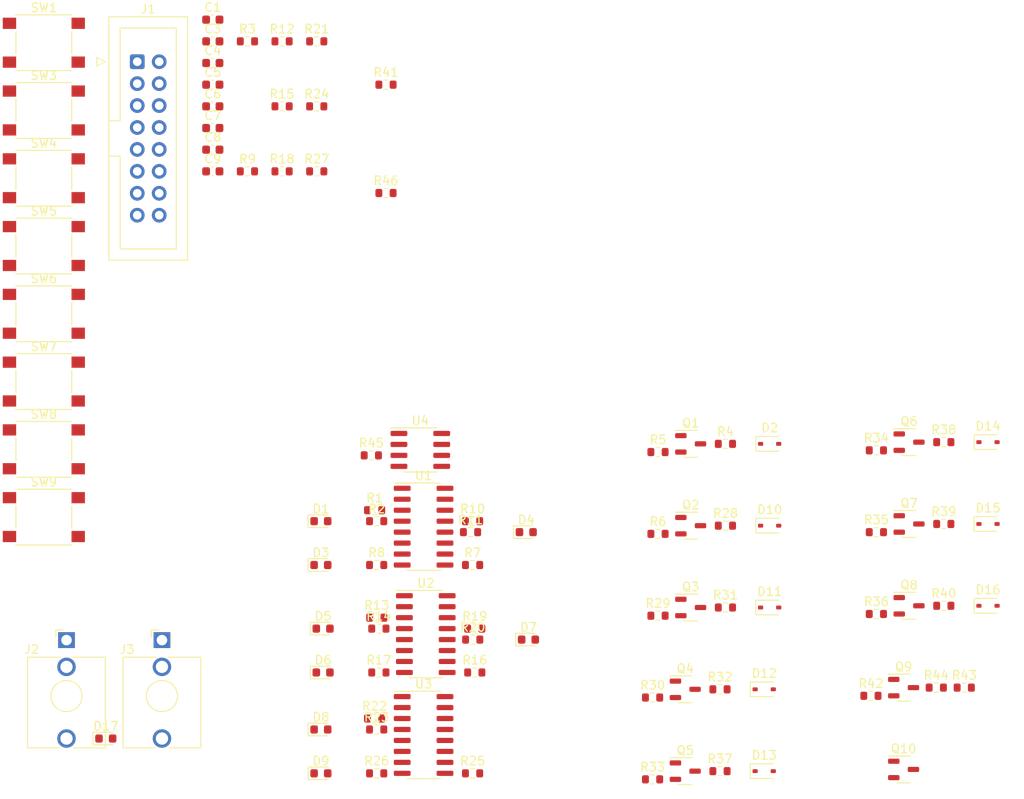
<source format=kicad_pcb>
(kicad_pcb (version 20221018) (generator pcbnew)
  (layers (0 "F.Cu" signal) (31 "B.Cu" signal) (34 "B.Paste" user) (35 "F.Paste" user) (36 "B.SilkS" user "B.Silkscreen") (37 "F.SilkS" user "F.Silkscreen") (38 "B.Mask" user) (39 "F.Mask" user) (44 "Edge.Cuts" user))
  (net 0 "")
  (net 1 "GND")
  (net 2 "Net-(SW1-A)")
  (net 3 "Net-(SW3-A)")
  (net 4 "Net-(SW4-A)")
  (net 5 "Net-(SW5-A)")
  (net 6 "Net-(SW6-A)")
  (net 7 "Net-(SW7-A)")
  (net 8 "Net-(SW8-A)")
  (net 9 "Net-(SW9-A)")
  (net 10 "Net-(D1-K)")
  (net 11 "a")
  (net 12 "Net-(D10-K)")
  (net 13 "Net-(D2-A)")
  (net 14 "Net-(D3-K)")
  (net 15 "b")
  (net 16 "Net-(D4-K)")
  (net 17 "c")
  (net 18 "Net-(D5-K)")
  (net 19 "d")
  (net 20 "Net-(D6-K)")
  (net 21 "e")
  (net 22 "Net-(D7-K)")
  (net 23 "f")
  (net 24 "Net-(D8-K)")
  (net 25 "g")
  (net 26 "Net-(D9-K)")
  (net 27 "h")
  (net 28 "Net-(D10-A)")
  (net 29 "Net-(D11-A)")
  (net 30 "Net-(D12-A)")
  (net 31 "Net-(D13-A)")
  (net 32 "Net-(D14-A)")
  (net 33 "Net-(D15-A)")
  (net 34 "Net-(D16-A)")
  (net 35 "Net-(D17-K)")
  (net 36 "Net-(D17-A)")
  (net 37 "-12V")
  (net 38 "+12V")
  (net 39 "+5V")
  (net 40 "Net-(J1-CV_L)")
  (net 41 "Net-(J1-GATE_L)")
  (net 42 "Net-(U4B-+)")
  (net 45 "Net-(Q1-E)")
  (net 46 "Net-(Q1-B)")
  (net 47 "Net-(Q2-E)")
  (net 48 "Net-(Q2-B)")
  (net 49 "Net-(Q3-E)")
  (net 50 "Net-(Q3-B)")
  (net 51 "Net-(Q4-E)")
  (net 52 "Net-(Q4-B)")
  (net 53 "Net-(Q5-E)")
  (net 54 "Net-(Q5-B)")
  (net 55 "Net-(Q6-E)")
  (net 56 "Net-(Q6-B)")
  (net 57 "Net-(Q7-E)")
  (net 58 "Net-(Q7-B)")
  (net 59 "Net-(Q8-E)")
  (net 60 "Net-(Q8-B)")
  (net 61 "clk")
  (net 62 "Net-(Q9-B)")
  (net 63 "Net-(Q9-C)")
  (net 64 "Net-(Q10-B)")
  (net 65 "Net-(Q10-C)")
  (net 66 "Net-(R1-Pad2)")
  (net 67 "Net-(SW1-B)")
  (net 68 "Net-(R7-Pad2)")
  (net 69 "Net-(SW3-B)")
  (net 70 "Net-(R10-Pad2)")
  (net 71 "Net-(SW4-B)")
  (net 72 "Net-(R13-Pad2)")
  (net 73 "Net-(SW5-B)")
  (net 74 "Net-(R16-Pad2)")
  (net 75 "Net-(SW6-B)")
  (net 76 "Net-(R19-Pad2)")
  (net 77 "Net-(SW7-B)")
  (net 78 "Net-(R22-Pad2)")
  (net 79 "Net-(SW8-B)")
  (net 80 "Net-(R25-Pad2)")
  (net 81 "Net-(SW9-B)")
  (footprint "Resistor_SMD:R_0603_1608Metric" (layer "F.Cu") (at 94.007262 96.374)
    (fp_text reference "R30" (at 0 -1.43) (layer "F.SilkS"))
    (fp_text value "4.7k")
    (pad "1" smd roundrect (at -0.825 0) (size 0.8 0.95) (layers "F.Cu" "F.Paste" "F.Mask") (net 19 "d"))
    (pad "2" smd roundrect (at 0.825 0) (size 0.8 0.95) (layers "F.Cu" "F.Paste" "F.Mask") (net 52 "Net-(Q4-B)"))
  )
  (footprint "Capacitor_SMD:C_0603_1608Metric" (layer "F.Cu") (at 43.098 20.364)
    (fp_text reference "C3" (at 0 -1.43) (layer "F.SilkS"))
    (fp_text value "47n")
    (pad "1" smd roundrect (at -0.775 0) (size 0.9 0.95) (layers "F.Cu" "F.Paste" "F.Mask") (net 1 "GND"))
    (pad "2" smd roundrect (at 0.775 0) (size 0.9 0.95) (layers "F.Cu" "F.Paste" "F.Mask") (net 3 "Net-(SW3-A)"))
  )
  (footprint "LED_SMD:LED_0603_1608Metric" (layer "F.Cu") (at 79.384119 77.216)
    (fp_text reference "D4" (at 0 -1.43) (layer "F.SilkS"))
    (fp_text value "LED_EMERALD")
    (pad "1" smd roundrect (at -0.7875 0) (size 0.875 0.95) (layers "F.Cu" "F.Paste" "F.Mask") (net 16 "Net-(D4-K)"))
    (pad "2" smd roundrect (at 0.7875 0) (size 0.875 0.95) (layers "F.Cu" "F.Paste" "F.Mask") (net 17 "c"))
  )
  (footprint "Button_Switch_SMD:SW_SPST_PTS645" (layer "F.Cu") (at 23.538 36.224)
    (fp_text reference "SW4" (at 0 -4.05) (layer "F.SilkS"))
    (fp_text value "SW_SPST")
    (pad "1" smd rect (at -3.98 -2.25) (size 1.55 1.3) (layers "F.Cu" "F.Paste" "F.Mask") (net 4 "Net-(SW4-A)"))
    (pad "1" smd rect (at 3.98 -2.25) (size 1.55 1.3) (layers "F.Cu" "F.Paste" "F.Mask") (net 4 "Net-(SW4-A)"))
    (pad "2" smd rect (at -3.98 2.25) (size 1.55 1.3) (layers "F.Cu" "F.Paste" "F.Mask") (net 71 "Net-(SW4-B)"))
    (pad "2" smd rect (at 3.98 2.25) (size 1.55 1.3) (layers "F.Cu" "F.Paste" "F.Mask") (net 71 "Net-(SW4-B)"))
  )
  (footprint "Resistor_SMD:R_0603_1608Metric" (layer "F.Cu") (at 73.185738 89.662)
    (fp_text reference "R20" (at 0 -1.43) (layer "F.SilkS"))
    (fp_text value "4.7k")
    (pad "1" smd roundrect (at -0.825 0) (size 0.8 0.95) (layers "F.Cu" "F.Paste" "F.Mask") (net 77 "Net-(SW7-B)"))
    (pad "2" smd roundrect (at 0.825 0) (size 0.8 0.95) (layers "F.Cu" "F.Paste" "F.Mask") (net 23 "f"))
  )
  (footprint "Button_Switch_SMD:SW_SPST_PTS645" (layer "F.Cu") (at 23.538 28.374)
    (fp_text reference "SW3" (at 0 -4.05) (layer "F.SilkS"))
    (fp_text value "SW_SPST")
    (pad "1" smd rect (at -3.98 -2.25) (size 1.55 1.3) (layers "F.Cu" "F.Paste" "F.Mask") (net 3 "Net-(SW3-A)"))
    (pad "1" smd rect (at 3.98 -2.25) (size 1.55 1.3) (layers "F.Cu" "F.Paste" "F.Mask") (net 3 "Net-(SW3-A)"))
    (pad "2" smd rect (at -3.98 2.25) (size 1.55 1.3) (layers "F.Cu" "F.Paste" "F.Mask") (net 69 "Net-(SW3-B)"))
    (pad "2" smd rect (at 3.98 2.25) (size 1.55 1.3) (layers "F.Cu" "F.Paste" "F.Mask") (net 69 "Net-(SW3-B)"))
  )
  (footprint "Package_TO_SOT_SMD:SOT-23-3" (layer "F.Cu") (at 97.79 95.424)
    (fp_text reference "Q4" (at 0 -2.4) (layer "F.SilkS"))
    (fp_text value "2N3904" hide)
    (pad "1" smd roundrect (at -1.1375 -0.95) (size 1.325 0.6) (layers "F.Cu" "F.Paste" "F.Mask") (net 51 "Net-(Q4-E)"))
    (pad "2" smd roundrect (at -1.1375 0.95) (size 1.325 0.6) (layers "F.Cu" "F.Paste" "F.Mask") (net 52 "Net-(Q4-B)"))
    (pad "3" smd roundrect (at 1.1375 0) (size 1.325 0.6) (layers "F.Cu" "F.Paste" "F.Mask") (net 30 "Net-(D12-A)"))
  )
  (footprint "Resistor_SMD:R_0603_1608Metric" (layer "F.Cu") (at 119.915262 77.22)
    (fp_text reference "R35" (at 0 -1.43) (layer "F.SilkS"))
    (fp_text value "4.7k")
    (pad "1" smd roundrect (at -0.825 0) (size 0.8 0.95) (layers "F.Cu" "F.Paste" "F.Mask") (net 25 "g"))
    (pad "2" smd roundrect (at 0.825 0) (size 0.8 0.95) (layers "F.Cu" "F.Paste" "F.Mask") (net 58 "Net-(Q7-B)"))
  )
  (footprint "Capacitor_SMD:C_0603_1608Metric" (layer "F.Cu") (at 43.098 35.424)
    (fp_text reference "C9" (at 0 -1.43) (layer "F.SilkS"))
    (fp_text value "47n")
    (pad "1" smd roundrect (at -0.775 0) (size 0.9 0.95) (layers "F.Cu" "F.Paste" "F.Mask") (net 1 "GND"))
    (pad "2" smd roundrect (at 0.775 0) (size 0.9 0.95) (layers "F.Cu" "F.Paste" "F.Mask") (net 9 "Net-(SW9-A)"))
  )
  (footprint "Resistor_SMD:R_0603_1608Metric" (layer "F.Cu") (at 126.851238 95.226)
    (fp_text reference "R44" (at 0 -1.43) (layer "F.SilkS"))
    (fp_text value "4.7k")
    (pad "1" smd roundrect (at -0.825 0) (size 0.8 0.95) (layers "F.Cu" "F.Paste" "F.Mask") (net 64 "Net-(Q10-B)"))
    (pad "2" smd roundrect (at 0.825 0) (size 0.8 0.95) (layers "F.Cu" "F.Paste" "F.Mask") (net 63 "Net-(Q9-C)"))
  )
  (footprint "Diode_SMD:D_SOD-323" (layer "F.Cu") (at 106.929881 95.424)
    (fp_text reference "D12" (at 0 -1.85) (layer "F.SilkS"))
    (fp_text value "1N4148WS")
    (pad "1" smd roundrect (at -1.05 0) (size 0.6 0.45) (layers "F.Cu" "F.Paste" "F.Mask") (net 12 "Net-(D10-K)"))
    (pad "2" smd roundrect (at 1.05 0) (size 0.6 0.45) (layers "F.Cu" "F.Paste" "F.Mask") (net 30 "Net-(D12-A)"))
  )
  (footprint "Button_Switch_SMD:SW_SPST_PTS645" (layer "F.Cu") (at 23.538 51.924)
    (fp_text reference "SW6" (at 0 -4.05) (layer "F.SilkS"))
    (fp_text value "SW_SPST")
    (pad "1" smd rect (at -3.98 -2.25) (size 1.55 1.3) (layers "F.Cu" "F.Paste" "F.Mask") (net 6 "Net-(SW6-A)"))
    (pad "1" smd rect (at 3.98 -2.25) (size 1.55 1.3) (layers "F.Cu" "F.Paste" "F.Mask") (net 6 "Net-(SW6-A)"))
    (pad "2" smd rect (at -3.98 2.25) (size 1.55 1.3) (layers "F.Cu" "F.Paste" "F.Mask") (net 75 "Net-(SW6-B)"))
    (pad "2" smd rect (at 3.98 2.25) (size 1.55 1.3) (layers "F.Cu" "F.Paste" "F.Mask") (net 75 "Net-(SW6-B)"))
  )
  (footprint "Button_Switch_SMD:SW_SPST_PTS645" (layer "F.Cu") (at 23.538 59.774)
    (fp_text reference "SW7" (at 0 -4.05) (layer "F.SilkS"))
    (fp_text value "SW_SPST")
    (pad "1" smd rect (at -3.98 -2.25) (size 1.55 1.3) (layers "F.Cu" "F.Paste" "F.Mask") (net 7 "Net-(SW7-A)"))
    (pad "1" smd rect (at 3.98 -2.25) (size 1.55 1.3) (layers "F.Cu" "F.Paste" "F.Mask") (net 7 "Net-(SW7-A)"))
    (pad "2" smd rect (at -3.98 2.25) (size 1.55 1.3) (layers "F.Cu" "F.Paste" "F.Mask") (net 77 "Net-(SW7-B)"))
    (pad "2" smd rect (at 3.98 2.25) (size 1.55 1.3) (layers "F.Cu" "F.Paste" "F.Mask") (net 77 "Net-(SW7-B)"))
  )
  (footprint "LED_SMD:LED_0603_1608Metric" (layer "F.Cu") (at 30.71188 101.124)
    (fp_text reference "D17" (at 0 -1.43) (layer "F.SilkS"))
    (fp_text value "LED_EMERALD")
    (pad "1" smd roundrect (at -0.7875 0) (size 0.875 0.95) (layers "F.Cu" "F.Paste" "F.Mask") (net 35 "Net-(D17-K)"))
    (pad "2" smd roundrect (at 0.7875 0) (size 0.875 0.95) (layers "F.Cu" "F.Paste" "F.Mask") (net 36 "Net-(D17-A)"))
  )
  (footprint "Resistor_SMD:R_0603_1608Metric" (layer "F.Cu") (at 62.066262 100.076)
    (fp_text reference "R23" (at 0 -1.43) (layer "F.SilkS"))
    (fp_text value "4.7k")
    (pad "1" smd roundrect (at -0.825 0) (size 0.8 0.95) (layers "F.Cu" "F.Paste" "F.Mask") (net 79 "Net-(SW8-B)"))
    (pad "2" smd roundrect (at 0.825 0) (size 0.8 0.95) (layers "F.Cu" "F.Paste" "F.Mask") (net 25 "g"))
  )
  (footprint "Package_TO_SOT_SMD:SOT-23-3" (layer "F.Cu") (at 123.0685 95.226)
    (fp_text reference "Q9" (at 0 -2.4) (layer "F.SilkS"))
    (fp_text value "2N3904")
    (pad "1" smd roundrect (at -1.1375 -0.95) (size 1.325 0.6) (layers "F.Cu" "F.Paste" "F.Mask") (net 61 "clk"))
    (pad "2" smd roundrect (at -1.1375 0.95) (size 1.325 0.6) (layers "F.Cu" "F.Paste" "F.Mask") (net 62 "Net-(Q9-B)"))
    (pad "3" smd roundrect (at 1.1375 0) (size 1.325 0.6) (layers "F.Cu" "F.Paste" "F.Mask") (net 63 "Net-(Q9-C)"))
  )
  (footprint "Resistor_SMD:R_0603_1608Metric" (layer "F.Cu") (at 62.320262 88.392)
    (fp_text reference "R14" (at 0 -1.43) (layer "F.SilkS"))
    (fp_text value "4.7k")
    (pad "1" smd roundrect (at -0.825 0) (size 0.8 0.95) (layers "F.Cu" "F.Paste" "F.Mask") (net 73 "Net-(SW5-B)"))
    (pad "2" smd roundrect (at 0.825 0) (size 0.8 0.95) (layers "F.Cu" "F.Paste" "F.Mask") (net 19 "d"))
  )
  (footprint "Resistor_SMD:R_0603_1608Metric" (layer "F.Cu") (at 102.440333 85.946)
    (fp_text reference "R31" (at 0 -1.43) (layer "F.SilkS"))
    (fp_text value "100k")
    (pad "1" smd roundrect (at -0.825 0) (size 0.8 0.95) (layers "F.Cu" "F.Paste" "F.Mask") (net 29 "Net-(D11-A)"))
    (pad "2" smd roundrect (at 0.825 0) (size 0.8 0.95) (layers "F.Cu" "F.Paste" "F.Mask") (net 1 "GND"))
  )
  (footprint "Diode_SMD:D_SOD-323" (layer "F.Cu") (at 107.559381 85.946)
    (fp_text reference "D11" (at 0 -1.85) (layer "F.SilkS"))
    (fp_text value "1N4148WS")
    (pad "1" smd roundrect (at -1.05 0) (size 0.6 0.45) (layers "F.Cu" "F.Paste" "F.Mask") (net 12 "Net-(D10-K)"))
    (pad "2" smd roundrect (at 1.05 0) (size 0.6 0.45) (layers "F.Cu" "F.Paste" "F.Mask") (net 29 "Net-(D11-A)"))
  )
  (footprint "Resistor_SMD:R_0603_1608Metric" (layer "F.Cu") (at 127.718833 76.27)
    (fp_text reference "R39" (at 0 -1.43) (layer "F.SilkS"))
    (fp_text value "100k")
    (pad "1" smd roundrect (at -0.825 0) (size 0.8 0.95) (layers "F.Cu" "F.Paste" "F.Mask") (net 33 "Net-(D15-A)"))
    (pad "2" smd roundrect (at 0.825 0) (size 0.8 0.95) (layers "F.Cu" "F.Paste" "F.Mask") (net 1 "GND"))
  )
  (footprint "Button_Switch_SMD:SW_SPST_PTS645" (layer "F.Cu") (at 23.538 20.524)
    (fp_text reference "SW1" (at 0 -4.05) (layer "F.SilkS"))
    (fp_text value "SW_SPST")
    (pad "1" smd rect (at -3.98 -2.25) (size 1.55 1.3) (layers "F.Cu" "F.Paste" "F.Mask") (net 2 "Net-(SW1-A)"))
    (pad "1" smd rect (at 3.98 -2.25) (size 1.55 1.3) (layers "F.Cu" "F.Paste" "F.Mask") (net 2 "Net-(SW1-A)"))
    (pad "2" smd rect (at -3.98 2.25) (size 1.55 1.3) (layers "F.Cu" "F.Paste" "F.Mask") (net 67 "Net-(SW1-B)"))
    (pad "2" smd rect (at 3.98 2.25) (size 1.55 1.3) (layers "F.Cu" "F.Paste" "F.Mask") (net 67 "Net-(SW1-B)"))
  )
  (footprint "Button_Switch_SMD:SW_SPST_PTS645" (layer "F.Cu") (at 23.538 44.074)
    (fp_text reference "SW5" (at 0 -4.05) (layer "F.SilkS"))
    (fp_text value "SW_SPST")
    (pad "1" smd rect (at -3.98 -2.25) (size 1.55 1.3) (layers "F.Cu" "F.Paste" "F.Mask") (net 5 "Net-(SW5-A)"))
    (pad "1" smd rect (at 3.98 -2.25) (size 1.55 1.3) (layers "F.Cu" "F.Paste" "F.Mask") (net 5 "Net-(SW5-A)"))
    (pad "2" smd rect (at -3.98 2.25) (size 1.55 1.3) (layers "F.Cu" "F.Paste" "F.Mask") (net 73 "Net-(SW5-B)"))
    (pad "2" smd rect (at 3.98 2.25) (size 1.55 1.3) (layers "F.Cu" "F.Paste" "F.Mask") (net 73 "Net-(SW5-B)"))
  )
  (footprint "Resistor_SMD:R_0603_1608Metric" (layer "F.Cu") (at 55.128 27.894)
    (fp_text reference "R24" (at 0 -1.43) (layer "F.SilkS"))
    (fp_text value "100k")
    (pad "1" smd roundrect (at -0.825 0) (size 0.8 0.95) (layers "F.Cu" "F.Paste" "F.Mask") (net 24 "Net-(D8-K)"))
    (pad "2" smd roundrect (at 0.825 0) (size 0.8 0.95) (layers "F.Cu" "F.Paste" "F.Mask") (net 1 "GND"))
  )
  (footprint "Resistor_SMD:R_0603_1608Metric" (layer "F.Cu") (at 127.718833 85.748)
    (fp_text reference "R40" (at 0 -1.43) (layer "F.SilkS"))
    (fp_text value "100k")
    (pad "1" smd roundrect (at -0.825 0) (size 0.8 0.95) (layers "F.Cu" "F.Paste" "F.Mask") (net 34 "Net-(D16-A)"))
    (pad "2" smd roundrect (at 0.825 0) (size 0.8 0.95) (layers "F.Cu" "F.Paste" "F.Mask") (net 1 "GND"))
  )
  (footprint "Package_TO_SOT_SMD:SOT-23-3" (layer "F.Cu") (at 97.79 104.902)
    (fp_text reference "Q5" (at 0 -2.4) (layer "F.SilkS"))
    (fp_text value "2N3904" hide)
    (pad "1" smd roundrect (at -1.1375 -0.95) (size 1.325 0.6) (layers "F.Cu" "F.Paste" "F.Mask") (net 53 "Net-(Q5-E)"))
    (pad "2" smd roundrect (at -1.1375 0.95) (size 1.325 0.6) (layers "F.Cu" "F.Paste" "F.Mask") (net 54 "Net-(Q5-B)"))
    (pad "3" smd roundrect (at 1.1375 0) (size 1.325 0.6) (layers "F.Cu" "F.Paste" "F.Mask") (net 31 "Net-(D13-A)"))
  )
  (footprint "Resistor_SMD:R_0603_1608Metric" (layer "F.Cu") (at 94.007262 105.852)
    (fp_text reference "R33" (at 0 -1.43) (layer "F.SilkS"))
    (fp_text value "4.7k")
    (pad "1" smd roundrect (at -0.825 0) (size 0.8 0.95) (layers "F.Cu" "F.Paste" "F.Mask") (net 21 "e"))
    (pad "2" smd roundrect (at 0.825 0) (size 0.8 0.95) (layers "F.Cu" "F.Paste" "F.Mask") (net 54 "Net-(Q5-B)"))
  )
  (footprint "Resistor_SMD:R_0603_1608Metric" (layer "F.Cu") (at 51.118 35.424)
    (fp_text reference "R18" (at 0 -1.43) (layer "F.SilkS"))
    (fp_text value "100k")
    (pad "1" smd roundrect (at -0.825 0) (size 0.8 0.95) (layers "F.Cu" "F.Paste" "F.Mask") (net 20 "Net-(D6-K)"))
    (pad "2" smd roundrect (at 0.825 0) (size 0.8 0.95) (layers "F.Cu" "F.Paste" "F.Mask") (net 1 "GND"))
  )
  (footprint "LED_SMD:LED_0603_1608Metric" (layer "F.Cu") (at 79.638119 89.662)
    (fp_text reference "D7" (at 0 -1.43) (layer "F.SilkS"))
    (fp_text value "LED_EMERALD")
    (pad "1" smd roundrect (at -0.7875 0) (size 0.875 0.95) (layers "F.Cu" "F.Paste" "F.Mask") (net 22 "Net-(D7-K)"))
    (pad "2" smd roundrect (at 0.7875 0) (size 0.875 0.95) (layers "F.Cu" "F.Paste" "F.Mask") (net 23 "f"))
  )
  (footprint "Package_TO_SOT_SMD:SOT-23-3" (layer "F.Cu") (at 98.4195 76.468)
    (fp_text reference "Q2" (at 0 -2.4) (layer "F.SilkS"))
    (fp_text value "2N3904" hide)
    (pad "1" smd roundrect (at -1.1375 -0.95) (size 1.325 0.6) (layers "F.Cu" "F.Paste" "F.Mask") (net 47 "Net-(Q2-E)"))
    (pad "2" smd roundrect (at -1.1375 0.95) (size 1.325 0.6) (layers "F.Cu" "F.Paste" "F.Mask") (net 48 "Net-(Q2-B)"))
    (pad "3" smd roundrect (at 1.1375 0) (size 1.325 0.6) (layers "F.Cu" "F.Paste" "F.Mask") (net 28 "Net-(D10-A)"))
  )
  (footprint "Connector_Audio:Jack_3.5mm_QingPu_WQP-PJ398SM_Vertical_CircularHoles" (layer "F.Cu") (at 26.162 89.724)
    (fp_text reference "J2" (at -4.03 1.08 180) (layer "F.SilkS"))
    (fp_text value "Thonkiconn")
    (pad "S" thru_hole rect (at 0 0 180) (size 1.93 1.83) (drill 1.22) (layers "*.Cu" "*.Mask") (net 1 "GND"))
    (pad "T" thru_hole circle (at 0 11.4 180) (size 2.13 2.13) (drill 1.43) (layers "*.Cu" "*.Mask") (net 42 "Net-(U4B-+)"))
    (pad "TN" thru_hole circle (at 0 3.1 180) (size 2.13 2.13) (drill 1.42) (layers "*.Cu" "*.Mask"))
  )
  (footprint "LED_SMD:LED_0603_1608Metric" (layer "F.Cu") (at 55.61388 105.156)
    (fp_text reference "D9" (at 0 -1.43) (layer "F.SilkS"))
    (fp_text value "LED_EMERALD")
    (pad "1" smd roundrect (at -0.7875 0) (size 0.875 0.95) (layers "F.Cu" "F.Paste" "F.Mask") (net 26 "Net-(D9-K)"))
    (pad "2" smd roundrect (at 0.7875 0) (size 0.875 0.95) (layers "F.Cu" "F.Paste" "F.Mask") (net 27 "h"))
  )
  (footprint "Diode_SMD:D_SOD-323" (layer "F.Cu") (at 132.837881 85.748)
    (fp_text reference "D16" (at 0 -1.85) (layer "F.SilkS"))
    (fp_text value "1N4148WS")
    (pad "1" smd roundrect (at -1.05 0) (size 0.6 0.45) (layers "F.Cu" "F.Paste" "F.Mask") (net 12 "Net-(D10-K)"))
    (pad "2" smd roundrect (at 1.05 0) (size 0.6 0.45) (layers "F.Cu" "F.Paste" "F.Mask") (net 34 "Net-(D16-A)"))
  )
  (footprint "Capacitor_SMD:C_0603_1608Metric" (layer "F.Cu") (at 43.098 32.914)
    (fp_text reference "C8" (at 0 -1.43) (layer "F.SilkS"))
    (fp_text value "47n")
    (pad "1" smd roundrect (at -0.775 0) (size 0.9 0.95) (layers "F.Cu" "F.Paste" "F.Mask") (net 1 "GND"))
    (pad "2" smd roundrect (at 0.775 0) (size 0.9 0.95) (layers "F.Cu" "F.Paste" "F.Mask") (net 8 "Net-(SW8-A)"))
  )
  (footprint "Package_SO:SOIC-8_3.9x4.9mm_P1.27mm" (layer "F.Cu") (at 67.121 67.691)
    (fp_text reference "U4" (at 0 -3.4) (layer "F.SilkS"))
    (fp_text value "TL072")
    (pad "1" smd roundrect (at -2.475 -1.905) (size 1.95 0.6) (layers "F.Cu" "F.Paste" "F.Mask") (net 36 "Net-(D17-A)"))
    (pad "2" smd roundrect (at -2.475 -0.635) (size 1.95 0.6) (layers "F.Cu" "F.Paste" "F.Mask") (net 36 "Net-(D17-A)"))
    (pad "3" smd roundrect (at -2.475 0.635) (size 1.95 0.6) (layers "F.Cu" "F.Paste" "F.Mask") (net 65 "Net-(Q10-C)"))
    (pad "4" smd roundrect (at -2.475 1.905) (size 1.95 0.6) (layers "F.Cu" "F.Paste" "F.Mask") (net 37 "-12V"))
    (pad "5" smd roundrect (at 2.475 1.905) (size 1.95 0.6) (layers "F.Cu" "F.Paste" "F.Mask") (net 42 "Net-(U4B-+)"))
    (pad "6" smd roundrect (at 2.475 0.635) (size 1.95 0.6) (layers "F.Cu" "F.Paste" "F.Mask") (net 61 "clk"))
    (pad "7" smd roundrect (at 2.475 -0.635) (size 1.95 0.6) (layers "F.Cu" "F.Paste" "F.Mask") (net 61 "clk"))
    (pad "8" smd roundrect (at 2.475 -1.905) (size 1.95 0.6) (layers "F.Cu" "F.Paste" "F.Mask") (net 38 "+12V"))
  )
  (footprint "Resistor_SMD:R_0603_1608Metric" (layer "F.Cu") (at 61.828166 98.806)
    (fp_text reference "R22" (at 0 -1.43) (layer "F.SilkS"))
    (fp_text value "220k")
    (pad "1" smd roundrect (at -0.825 0) (size 0.8 0.95) (layers "F.Cu" "F.Paste" "F.Mask") (net 8 "Net-(SW8-A)"))
    (pad "2" smd roundrect (at 0.825 0) (size 0.8 0.95) (layers "F.Cu" "F.Paste" "F.Mask") (net 78 "Net-(R22-Pad2)"))
  )
  (footprint "Resistor_SMD:R_0603_1608Metric" (layer "F.Cu") (at 51.118 27.894)
    (fp_text reference "R15" (at 0 -1.43) (layer "F.SilkS"))
    (fp_text value "100k")
    (pad "1" smd roundrect (at -0.825 0) (size 0.8 0.95) (layers "F.Cu" "F.Paste" "F.Mask") (net 18 "Net-(D5-K)"))
    (pad "2" smd roundrect (at 0.825 0) (size 0.8 0.95) (layers "F.Cu" "F.Paste" "F.Mask") (net 1 "GND"))
  )
  (footprint "Button_Switch_SMD:SW_SPST_PTS645" (layer "F.Cu") (at 23.538 67.624)
    (fp_text reference "SW8" (at 0 -4.05) (layer "F.SilkS"))
    (fp_text value "SW_SPST")
    (pad "1" smd rect (at -3.98 -2.25) (size 1.55 1.3) (layers "F.Cu" "F.Paste" "F.Mask") (net 8 "Net-(SW8-A)"))
    (pad "1" smd rect (at 3.98 -2.25) (size 1.55 1.3) (layers "F.Cu" "F.Paste" "F.Mask") (net 8 "Net-(SW8-A)"))
    (pad "2" smd rect (at -3.98 2.25) (size 1.55 1.3) (layers "F.Cu" "F.Paste" "F.Mask") (net 79 "Net-(SW8-B)"))
    (pad "2" smd rect (at 3.98 2.25) (size 1.55 1.3) (layers "F.Cu" "F.Paste" "F.Mask") (net 79 "Net-(SW8-B)"))
  )
  (footprint "Resistor_SMD:R_0603_1608Metric" (layer "F.Cu") (at 101.810833 95.424)
    (fp_text reference "R32" (at 0 -1.43) (layer "F.SilkS"))
    (fp_text value "100k")
    (pad "1" smd roundrect (at -0.825 0) (size 0.8 0.95) (layers "F.Cu" "F.Paste" "F.Mask") (net 30 "Net-(D12-A)"))
    (pad "2" smd roundrect (at 0.825 0) (size 0.8 0.95) (layers "F.Cu" "F.Paste" "F.Mask") (net 1 "GND"))
  )
  (footprint "Package_SO:SOIC-16_3.9x9.9mm_P1.27mm" (layer "F.Cu") (at 67.753 89.027)
    (fp_text reference "U2" (at 0 -5.9) (layer "F.SilkS"))
    (fp_text value "CD40106")
    (pad "1" smd roundrect (at -2.475 -4.445) (size 1.95 0.6) (layers "F.Cu" "F.Paste" "F.Mask") (net 73 "Net-(SW5-B)"))
    (pad "2" smd roundrect (at -2.475 -3.175) (size 1.95 0.6) (layers "F.Cu" "F.Paste" "F.Mask") (net 72 "Net-(R13-Pad2)"))
    (pad "3" smd roundrect (at -2.475 -1.905) (size 1.95 0.6) (layers "F.Cu" "F.Paste" "F.Mask") (net 72 "Net-(R13-Pad2)"))
    (pad "4" smd roundrect (at -2.475 -0.635) (size 1.95 0.6) (layers "F.Cu" "F.Paste" "F.Mask") (net 19 "d"))
    (pad "5" smd roundrect (at -2.475 0.635) (size 1.95 0.6) (layers "F.Cu" "F.Paste" "F.Mask") (net 75 "Net-(SW6-B)"))
    (pad "6" smd roundrect (at -2.475 1.905) (size 1.95 0.6) (layers "F.Cu" "F.Paste" "F.Mask") (net 74 "Net-(R16-Pad2)"))
    (pad "7" smd roundrect (at -2.475 3.175) (size 1.95 0.6) (layers "F.Cu" "F.Paste" "F.Mask") (net 1 "GND"))
    (pad "8" smd roundrect (at -2.475 4.445) (size 1.95 0.6) (layers "F.Cu" "F.Paste" "F.Mask") (net 21 "e"))
    (pad "9" smd roundrect (at 2.475 4.445) (size 1.95 0.6) (layers "F.Cu" "F.Paste" "F.Mask") (net 74 "Net-(R16-Pad2)"))
    (pad "10" smd roundrect (at 2.475 3.175) (size 1.95 0.6) (layers "F.Cu" "F.Paste" "F.Mask") (net 76 "Net-(R19-Pad2)"))
    (pad "11" smd roundrect (at 2.475 1.905) (size 1.95 0.6) (layers "F.Cu" "F.Paste" "F.Mask") (net 77 "Net-(SW7-B)"))
    (pad "12" smd roundrect (at 2.475 0.635) (size 1.95 0.6) (layers "F.Cu" "F.Paste" "F.Mask") (net 23 "f"))
    (pad "13" smd roundrect (at 2.475 -0.635) (size 1.95 0.6) (layers "F.Cu" "F.Paste" "F.Mask") (net 76 "Net-(R19-Pad2)"))
    (pad "14" smd roundrect (at 2.475 -1.905) (size 1.95 0.6) (layers "F.Cu" "F.Paste" "F.Mask") (net 39 "+5V"))
    (pad "15" smd roundrect (at 2.475 -3.175) (size 1.95 0.6) (layers "F.Cu" "F.Paste" "F.Mask"))
    (pad "16" smd roundrect (at 2.475 -4.445) (size 1.95 0.6) (layers "F.Cu" "F.Paste" "F.Mask"))
  )
  (footprint "Resistor_SMD:R_0603_1608Metric" (layer "F.Cu") (at 94.636762 67.94)
    (fp_text reference "R5" (at 0 -1.43) (layer "F.SilkS"))
    (fp_text value "4.7k")
    (pad "1" smd roundrect (at -0.825 0) (size 0.8 0.95) (layers "F.Cu" "F.Paste" "F.Mask") (net 11 "a"))
    (pad "2" smd roundrect (at 0.825 0) (size 0.8 0.95) (layers "F.Cu" "F.Paste" "F.Mask") (net 46 "Net-(Q1-B)"))
  )
  (footprint "Package_TO_SOT_SMD:SOT-23-3" (layer "F.Cu") (at 123.698 76.27)
    (fp_text reference "Q7" (at 0 -2.4) (layer "F.SilkS"))
    (fp_text value "2N3904")
    (pad "1" smd roundrect (at -1.1375 -0.95) (size 1.325 0.6) (layers "F.Cu" "F.Paste" "F.Mask") (net 57 "Net-(Q7-E)"))
    (pad "2" smd roundrect (at -1.1375 0.95) (size 1.325 0.6) (layers "F.Cu" "F.Paste" "F.Mask") (net 58 "Net-(Q7-B)"))
    (pad "3" smd roundrect (at 1.1375 0) (size 1.325 0.6) (layers "F.Cu" "F.Paste" "F.Mask") (net 33 "Net-(D15-A)"))
  )
  (footprint "Resistor_SMD:R_0603_1608Metric" (layer "F.Cu") (at 127.718833 66.792)
    (fp_text reference "R38" (at 0 -1.43) (layer "F.SilkS"))
    (fp_text value "100k")
    (pad "1" smd roundrect (at -0.825 0) (size 0.8 0.95) (layers "F.Cu" "F.Paste" "F.Mask") (net 32 "Net-(D14-A)"))
    (pad "2" smd roundrect (at 0.825 0) (size 0.8 0.95) (layers "F.Cu" "F.Paste" "F.Mask") (net 1 "GND"))
  )
  (footprint "Resistor_SMD:R_0603_1608Metric" (layer "F.Cu") (at 130.089333 95.226)
    (fp_text reference "R43" (at 0 -1.43) (layer "F.SilkS"))
    (fp_text value "100k")
    (pad "1" smd roundrect (at -0.825 0) (size 0.8 0.95) (layers "F.Cu" "F.Paste" "F.Mask") (net 63 "Net-(Q9-C)"))
    (pad "2" smd roundrect (at 0.825 0) (size 0.8 0.95) (layers "F.Cu" "F.Paste" "F.Mask") (net 1 "GND"))
  )
  (footprint "LED_SMD:LED_0603_1608Metric" (layer "F.Cu") (at 55.86788 88.392)
    (fp_text reference "D5" (at 0 -1.43) (layer "F.SilkS"))
    (fp_text value "LED_EMERALD")
    (pad "1" smd roundrect (at -0.7875 0) (size 0.875 0.95) (layers "F.Cu" "F.Paste" "F.Mask") (net 18 "Net-(D5-K)"))
    (pad "2" smd roundrect (at 0.7875 0) (size 0.875 0.95) (layers "F.Cu" "F.Paste" "F.Mask") (net 19 "d"))
  )
  (footprint "Resistor_SMD:R_0603_1608Metric" (layer "F.Cu") (at 119.285762 96.176)
    (fp_text reference "R42" (at 0 -1.43) (layer "F.SilkS"))
    (fp_text value "4.7k")
    (pad "1" smd roundrect (at -0.825 0) (size 0.8 0.95) (layers "F.Cu" "F.Paste" "F.Mask") (net 62 "Net-(Q9-B)"))
    (pad "2" smd roundrect (at 0.825 0) (size 0.8 0.95) (layers "F.Cu" "F.Paste" "F.Mask") (net 12 "Net-(D10-K)"))
  )
  (footprint "LED_SMD:LED_0603_1608Metric" (layer "F.Cu") (at 55.61388 100.076)
    (fp_text reference "D8" (at 0 -1.43) (layer "F.SilkS"))
    (fp_text value "LED_EMERALD")
    (pad "1" smd roundrect (at -0.7875 0) (size 0.875 0.95) (layers "F.Cu" "F.Paste" "F.Mask") (net 24 "Net-(D8-K)"))
    (pad "2" smd roundrect (at 0.7875 0) (size 0.875 0.95) (layers "F.Cu" "F.Paste" "F.Mask") (net 25 "g"))
  )
  (footprint "Capacitor_SMD:C_0603_1608Metric" (layer "F.Cu") (at 43.098 22.874)
    (fp_text reference "C4" (at 0 -1.43) (layer "F.SilkS"))
    (fp_text value "47n")
    (pad "1" smd roundrect (at -0.775 0) (size 0.9 0.95) (layers "F.Cu" "F.Paste" "F.Mask") (net 1 "GND"))
    (pad "2" smd roundrect (at 0.775 0) (size 0.9 0.95) (layers "F.Cu" "F.Paste" "F.Mask") (net 4 "Net-(SW4-A)"))
  )
  (footprint "Resistor_SMD:R_0603_1608Metric" (layer "F.Cu") (at 62.066262 81.026)
    (fp_text reference "R8" (at 0 -1.43) (layer "F.SilkS"))
    (fp_text value "4.7k")
    (pad "1" smd roundrect (at -0.825 0) (size 0.8 0.95) (layers "F.Cu" "F.Paste" "F.Mask") (net 69 "Net-(SW3-B)"))
    (pad "2" smd roundrect (at 0.825 0) (size 0.8 0.95) (layers "F.Cu" "F.Paste" "F.Mask") (net 15 "b"))
  )
  (footprint "Resistor_SMD:R_0603_1608Metric" (layer "F.Cu") (at 72.931738 77.216)
    (fp_text reference "R11" (at 0 -1.43) (layer "F.SilkS"))
    (fp_text value "4.7k")
    (pad "1" smd roundrect (at -0.825 0) (size 0.8 0.95) (layers "F.Cu" "F.Paste" "F.Mask") (net 71 "Net-(SW4-B)"))
    (pad "2" smd roundrect (at 0.825 0) (size 0.8 0.95) (layers "F.Cu" "F.Paste" "F.Mask") (net 17 "c"))
  )
  (footprint "Resistor_SMD:R_0603_1608Metric" (layer "F.Cu") (at 61.450166 68.326)
    (fp_text reference "R45" (at 0 -1.43) (layer "F.SilkS"))
    (fp_text value "100k")
    (pad "1" smd roundrect (at -0.825 0) (size 0.8 0.95) (layers "F.Cu" "F.Paste" "F.Mask") (net 39 "+5V"))
    (pad "2" smd roundrect (at 0.825 0) (size 0.8 0.95) (layers "F.Cu" "F.Paste" "F.Mask") (net 65 "Net-(Q10-C)"))
  )
  (footprint "Resistor_SMD:R_0603_1608Metric" (layer "F.Cu") (at 62.066262 105.156)
    (fp_text reference "R26" (at 0 -1.43) (layer "F.SilkS"))
    (fp_text value "4.7k")
    (pad "1" smd roundrect (at -0.825 0) (size 0.8 0.95) (layers "F.Cu" "F.Paste" "F.Mask") (net 81 "Net-(SW9-B)"))
    (pad "2" smd roundrect (at 0.825 0) (size 0.8 0.95) (layers "F.Cu" "F.Paste" "F.Mask") (net 27 "h"))
  )
  (footprint "Capacitor_SMD:C_0603_1608Metric" (layer "F.Cu") (at 43.098 27.894)
    (fp_text reference "C6" (at 0 -1.43) (layer "F.SilkS"))
    (fp_text value "47n")
    (pad "1" smd roundrect (at -0.775 0) (size 0.9 0.95) (layers "F.Cu" "F.Paste" "F.Mask") (net 1 "GND"))
    (pad "2" smd roundrect (at 0.775 0) (size 0.9 0.95) (layers "F.Cu" "F.Paste" "F.Mask") (net 6 "Net-(SW6-A)"))
  )
  (footprint "LED_SMD:LED_0603_1608Metric" (layer "F.Cu") (at 55.61388 75.946)
    (fp_text reference "D1" (at 0 -1.43) (layer "F.SilkS"))
    (fp_text value "LED_EMERALD")
    (pad "1" smd roundrect (at -0.7875 0) (size 0.875 0.95) (layers "F.Cu" "F.Paste" "F.Mask") (net 10 "Net-(D1-K)"))
    (pad "2" smd roundrect (at 0.7875 0) (size 0.875 0.95) (layers "F.Cu" "F.Paste" "F.Mask") (net 11 "a"))
  )
  (footprint "Package_SO:SOIC-16_3.9x9.9mm_P1.27mm" (layer "F.Cu") (at 67.499 100.711)
    (fp_text reference "U3" (at 0 -5.9) (layer "F.SilkS"))
    (fp_text value "CD40106")
    (pad "1" smd roundrect (at -2.475 -4.445) (size 1.95 0.6) (layers "F.Cu" "F.Paste" "F.Mask") (net 79 "Net-(SW8-B)"))
    (pad "2" smd roundrect (at -2.475 -3.175) (size 1.95 0.6) (layers "F.Cu" "F.Paste" "F.Mask") (net 78 "Net-(R22-Pad2)"))
    (pad "3" smd roundrect (at -2.475 -1.905) (size 1.95 0.6) (layers "F.Cu" "F.Paste" "F.Mask") (net 78 "Net-(R22-Pad2)"))
    (pad "4" smd roundrect (at -2.475 -0.635) (size 1.95 0.6) (layers "F.Cu" "F.Paste" "F.Mask") (net 25 "g"))
    (pad "5" smd roundrect (at -2.475 0.635) (size 1.95 0.6) (layers "F.Cu" "F.Paste" "F.Mask") (net 81 "Net-(SW9-B)"))
    (pad "6" smd roundrect (at -2.475 1.905) (size 1.95 0.6) (layers "F.Cu" "F.Paste" "F.Mask") (net 80 "Net-(R25-Pad2)"))
    (pad "7" smd roundrect (at -2.475 3.175) (size 1.95 0.6) (layers "F.Cu" "F.Paste" "F.Mask") (net 1 "GND"))
    (pad "8" smd roundrect (at -2.475 4.445) (size 1.95 0.6) (layers "F.Cu" "F.Paste" "F.Mask") (net 27 "h"))
    (pad "9" smd roundrect (at 2.475 4.445) (size 1.95 0.6) (layers "F.Cu" "F.Paste" "F.Mask") (net 80 "Net-(R25-Pad2)"))
    (pad "10" smd roundrect (at 2.475 3.175) (size 1.95 0.6) (layers "F.Cu" "F.Paste" "F.Mask"))
    (pad "11" smd roundrect (at 2.475 1.905) (size 1.95 0.6) (layers "F.Cu" "F.Paste" "F.Mask") (net 1 "GND"))
    (pad "12" smd roundrect (at 2.475 0.635) (size 1.95 0.6) (layers "F.Cu" "F.Paste" "F.Mask"))
    (pad "13" smd roundrect (at 2.475 -0.635) (size 1.95 0.6) (layers "F.Cu" "F.Paste" "F.Mask") (net 1 "GND"))
    (pad "14" smd roundrect (at 2.475 -1.905) (size 1.95 0.6) (layers "F.Cu" "F.Paste" "F.Mask") (net 39 "+5V"))
    (pad "15" smd roundrect (at 2.475 -3.175) (size 1.95 0.6) (layers "F.Cu" "F.Paste" "F.Mask"))
    (pad "16" smd roundrect (at 2.475 -4.445) (size 1.95 0.6) (layers "F.Cu" "F.Paste" "F.Mask"))
  )
  (footprint "Resistor_SMD:R_0603_1608Metric" (layer "F.Cu") (at 102.440333 66.99)
    (fp_text reference "R4" (at 0 -1.43) (layer "F.SilkS"))
    (fp_text value "100k")
    (pad "1" smd roundrect (at -0.825 0) (size 0.8 0.95) (layers "F.Cu" "F.Paste" "F.Mask") (net 13 "Net-(D2-A)"))
    (pad "2" smd roundrect (at 0.825 0) (size 0.8 0.95) (layers "F.Cu" "F.Paste" "F.Mask") (net 1 "GND"))
  )
  (footprint "Diode_SMD:D_SOD-323" (layer "F.Cu") (at 106.929881 104.902)
    (fp_text reference "D13" (at 0 -1.85) (layer "F.SilkS"))
    (fp_text value "1N4148WS")
    (pad "1" smd roundrect (at -1.05 0) (size 0.6 0.45) (layers "F.Cu" "F.Paste" "F.Mask") (net 12 "Net-(D10-K)"))
    (pad "2" smd roundrect (at 1.05 0) (size 0.6 0.45) (layers "F.Cu" "F.Paste" "F.Mask") (net 31 "Net-(D13-A)"))
  )
  (footprint "Resistor_SMD:R_0603_1608Metric" (layer "F.Cu") (at 73.423833 88.392)
    (fp_text reference "R19" (at 0 -1.43) (layer "F.SilkS"))
    (fp_text value "220k")
    (pad "1" smd roundrect (at -0.825 0) (size 0.8 0.95) (layers "F.Cu" "F.Paste" "F.Mask") (net 7 "Net-(SW7-A)"))
    (pad "2" smd roundrect (at 0.825 0) (size 0.8 0.95) (layers "F.Cu" "F.Paste" "F.Mask") (net 76 "Net-(R19-Pad2)"))
  )
  (footprint "Resistor_SMD:R_0603_1608Metric" (layer "F.Cu") (at 62.066262 75.946)
    (fp_text reference "R2" (at 0 -1.43) (layer "F.SilkS"))
    (fp_text value "4.7k")
    (pad "1" smd roundrect (at -0.825 0) (size 0.8 0.95) (layers "F.Cu" "F.Paste" "F.Mask") (net 67 "Net-(SW1-B)"))
    (pad "2" smd roundrect (at 0.825 0) (size 0.8 0.95) (layers "F.Cu" "F.Paste" "F.Mask") (net 11 "a"))
  )
  (footprint "Resistor_SMD:R_0603_1608Metric" (layer "F.Cu") (at 51.118 20.364)
    (fp_text reference "R12" (at 0 -1.43) (layer "F.SilkS"))
    (fp_text value "100k")
    (pad "1" smd roundrect (at -0.825 0) (size 0.8 0.95) (layers "F.Cu" "F.Paste" "F.Mask") (net 16 "Net-(D4-K)"))
    (pad "2" smd roundrect (at 0.825 0) (size 0.8 0.95) (layers "F.Cu" "F.Paste" "F.Mask") (net 1 "GND"))
  )
  (footprint "Capacitor_SMD:C_0603_1608Metric" (layer "F.Cu") (at 43.098 30.404)
    (fp_text reference "C7" (at 0 -1.43) (layer "F.SilkS"))
    (fp_text value "47n")
    (pad "1" smd roundrect (at -0.775 0) (size 0.9 0.95) (layers "F.Cu" "F.Paste" "F.Mask") (net 1 "GND"))
    (pad "2" smd roundrect (at 0.775 0) (size 0.9 0.95) (layers "F.Cu" "F.Paste" "F.Mask") (net 7 "Net-(SW7-A)"))
  )
  (footprint "Resistor_SMD:R_0603_1608Metric" (layer "F.Cu") (at 102.440333 76.468)
    (fp_text reference "R28" (at 0 -1.43) (layer "F.SilkS"))
    (fp_text value "100k")
    (pad "1" smd roundrect (at -0.825 0) (size 0.8 0.95) (layers "F.Cu" "F.Paste" "F.Mask") (net 28 "Net-(D10-A)"))
    (pad "2" smd roundrect (at 0.825 0) (size 0.8 0.95) (layers "F.Cu" "F.Paste" "F.Mask") (net 1 "GND"))
  )
  (footprint "Package_TO_SOT_SMD:SOT-23-3" (layer "F.Cu") (at 123.698 85.748)
    (fp_text reference "Q8" (at 0 -2.4) (layer "F.SilkS"))
    (fp_text value "2N3904")
    (pad "1" smd roundrect (at -1.1375 -0.95) (size 1.325 0.6) (layers "F.Cu" "F.Paste" "F.Mask") (net 59 "Net-(Q8-E)"))
    (pad "2" smd roundrect (at -1.1375 0.95) (size 1.325 0.6) (layers "F.Cu" "F.Paste" "F.Mask") (net 60 "Net-(Q8-B)"))
    (pad "3" smd roundrect (at 1.1375 0) (size 1.325 0.6) (layers "F.Cu" "F.Paste" "F.Mask") (net 34 "Net-(D16-A)"))
  )
  (footprint "Button_Switch_SMD:SW_SPST_PTS645" (layer "F.Cu") (at 23.538 75.474)
    (fp_text reference "SW9" (at 0 -4.05) (layer "F.SilkS"))
    (fp_text value "SW_SPST")
    (pad "1" smd rect (at -3.98 -2.25) (size 1.55 1.3) (layers "F.Cu" "F.Paste" "F.Mask") (net 9 "Net-(SW9-A)"))
    (pad "1" smd rect (at 3.98 -2.25) (size 1.55 1.3) (layers "F.Cu" "F.Paste" "F.Mask") (net 9 "Net-(SW9-A)"))
    (pad "2" smd rect (at -3.98 2.25) (size 1.55 1.3) (layers "F.Cu" "F.Paste" "F.Mask") (net 81 "Net-(SW9-B)"))
    (pad "2" smd rect (at 3.98 2.25) (size 1.55 1.3) (layers "F.Cu" "F.Paste" "F.Mask") (net 81 "Net-(SW9-B)"))
  )
  (footprint "Diode_SMD:D_SOD-323" (layer "F.Cu") (at 132.837881 66.792)
    (fp_text reference "D14" (at 0 -1.85) (layer "F.SilkS"))
    (fp_text value "1N4148WS")
    (pad "1" smd roundrect (at -1.05 0) (size 0.6 0.45) (layers "F.Cu" "F.Paste" "F.Mask") (net 12 "Net-(D10-K)"))
    (pad "2" smd roundrect (at 1.05 0) (size 0.6 0.45) (layers "F.Cu" "F.Paste" "F.Mask") (net 32 "Net-(D14-A)"))
  )
  (footprint "Diode_SMD:D_SOD-323" (layer "F.Cu") (at 132.837881 76.27)
    (fp_text reference "D15" (at 0 -1.85) (layer "F.SilkS"))
    (fp_text value "1N4148WS")
    (pad "1" smd roundrect (at -1.05 0) (size 0.6 0.45) (layers "F.Cu" "F.Paste" "F.Mask") (net 12 "Net-(D10-K)"))
    (pad "2" smd roundrect (at 1.05 0) (size 0.6 0.45) (layers "F.Cu" "F.Paste" "F.Mask") (net 33 "Net-(D15-A)"))
  )
  (footprint "Resistor_SMD:R_0603_1608Metric" (layer "F.Cu") (at 62.320262 93.472)
    (fp_text reference "R17" (at 0 -1.43) (layer "F.SilkS"))
    (fp_text value "4.7k")
    (pad "1" smd roundrect (at -0.825 0) (size 0.8 0.95) (layers "F.Cu" "F.Paste" "F.Mask") (net 75 "Net-(SW6-B)"))
    (pad "2" smd roundrect (at 0.825 0) (size 0.8 0.95) (layers "F.Cu" "F.Paste" "F.Mask") (net 21 "e"))
  )
  (footprint "LED_SMD:LED_0603_1608Metric" (layer "F.Cu") (at 55.61388 81.026)
    (fp_text reference "D3" (at 0 -1.43) (layer "F.SilkS"))
    (fp_text value "LED_EMERALD")
    (pad "1" smd roundrect (at -0.7875 0) (size 0.875 0.95) (layers "F.Cu" "F.Paste" "F.Mask") (net 14 "Net-(D3-K)"))
    (pad "2" smd roundrect (at 0.7875 0) (size 0.875 0.95) (layers "F.Cu" "F.Paste" "F.Mask") (net 15 "b"))
  )
  (footprint "Diode_SMD:D_SOD-323" (layer "F.Cu") (at 107.559381 76.468)
    (fp_text reference "D10" (at 0 -1.85) (layer "F.SilkS"))
    (fp_text value "1N4148WS")
    (pad "1" smd roundrect (at -1.05 0) (size 0.6 0.45) (layers "F.Cu" "F.Paste" "F.Mask") (net 12 "Net-(D10-K)"))
    (pad "2" smd roundrect (at 1.05 0) (size 0.6 0.45) (layers "F.Cu" "F.Paste" "F.Mask") (net 28 "Net-(D10-A)"))
  )
  (footprint "Resistor_SMD:R_0603_1608Metric" (layer "F.Cu") (at 47.108 35.424)
    (fp_text reference "R9" (at 0 -1.43) (layer "F.SilkS"))
    (fp_text value "100k")
    (pad "1" smd roundrect (at -0.825 0) (size 0.8 0.95) (layers "F.Cu" "F.Paste" "F.Mask") (net 14 "Net-(D3-K)"))
    (pad "2" smd roundrect (at 0.825 0) (size 0.8 0.95) (layers "F.Cu" "F.Paste" "F.Mask") (net 1 "GND"))
  )
  (footprint "Package_TO_SOT_SMD:SOT-23-3" (layer "F.Cu") (at 123.0685 104.704)
    (fp_text reference "Q10" (at 0 -2.4) (layer "F.SilkS"))
    (fp_text value "2N3904")
    (pad "1" smd roundrect (at -1.1375 -0.95) (size 1.325 0.6) (layers "F.Cu" "F.Paste" "F.Mask") (net 1 "GND"))
    (pad "2" smd roundrect (at -1.1375 0.95) (size 1.325 0.6) (layers "F.Cu" "F.Paste" "F.Mask") (net 64 "Net-(Q10-B)"))
    (pad "3" smd roundrect (at 1.1375 0) (size 1.325 0.6) (layers "F.Cu" "F.Paste" "F.Mask") (net 65 "Net-(Q10-C)"))
  )
  (footprint "Resistor_SMD:R_0603_1608Metric" (layer "F.Cu") (at 94.636762 77.418)
    (fp_text reference "R6" (at 0 -1.43) (layer "F.SilkS"))
    (fp_text value "4.7k")
    (pad "1" smd roundrect (at -0.825 0) (size 0.8 0.95) (layers "F.Cu" "F.Paste" "F.Mask") (net 15 "b"))
    (pad "2" smd roundrect (at 0.825 0) (size 0.8 0.95) (layers "F.Cu" "F.Paste" "F.Mask") (net 48 "Net-(Q2-B)"))
  )
  (footprint "Resistor_SMD:R_0603_1608Metric" (layer "F.Cu") (at 73.423833 93.472)
    (fp_text reference "R16" (at 0 -1.43) (layer "F.SilkS"))
    (fp_text value "220k")
    (pad "1" smd roundrect (at -0.825 0) (size 0.8 0.95) (layers "F.Cu" "F.Paste" "F.Mask") (net 6 "Net-(SW6-A)"))
    (pad "2" smd roundrect (at 0.825 0) (size 0.8 0.95) (layers "F.Cu" "F.Paste" "F.Mask") (net 74 "Net-(R16-Pad2)"))
  )
  (footprint "Resistor_SMD:R_0603_1608Metric" (layer "F.Cu") (at 63.148 37.934)
    (fp_text reference "R46" (at 0 -1.43) (layer "F.SilkS"))
    (fp_text value "100k")
    (pad "1" smd roundrect (at -0.825 0) (size 0.8 0.95) (layers "F.Cu" "F.Paste" "F.Mask") (net 35 "Net-(D17-K)"))
    (pad "2" smd roundrect (at 0.825 0) (size 0.8 0.95) (layers "F.Cu" "F.Paste" "F.Mask") (net 1 "GND"))
  )
  (footprint "LED_SMD:LED_0603_1608Metric" (layer "F.Cu") (at 55.86788 93.472)
    (fp_text reference "D6" (at 0 -1.43) (layer "F.SilkS"))
    (fp_text value "LED_EMERALD")
    (pad "1" smd roundrect (at -0.7875 0) (size 0.875 0.95) (layers "F.Cu" "F.Paste" "F.Mask") (net 20 "Net-(D6-K)"))
    (pad "2" smd roundrect (at 0.7875 0) (size 0.875 0.95) (layers "F.Cu" "F.Paste" "F.Mask") (net 21 "e"))
  )
  (footprint "Resistor_SMD:R_0603_1608Metric" (layer "F.Cu") (at 119.915262 86.698)
    (fp_text reference "R36" (at 0 -1.43) (layer "F.SilkS"))
    (fp_text value "4.7k")
    (pad "1" smd roundrect (at -0.825 0) (size 0.8 0.95) (layers "F.Cu" "F.Paste" "F.Mask") (net 27 "h"))
    (pad "2" smd roundrect (at 0.825 0) (size 0.8 0.95) (layers "F.Cu" "F.Paste" "F.Mask") (net 60 "Net-(Q8-B)"))
  )
  (footprint "Package_TO_SOT_SMD:SOT-23-3" (layer "F.Cu") (at 98.4195 66.99)
    (fp_text reference "Q1" (at 0 -2.4) (layer "F.SilkS"))
    (fp_text value "2N3904" hide)
    (pad "1" smd roundrect (at -1.1375 -0.95) (size 1.325 0.6) (layers "F.Cu" "F.Paste" "F.Mask") (net 45 "Net-(Q1-E)"))
    (pad "2" smd roundrect (at -1.1375 0.95) (size 1.325 0.6) (layers "F.Cu" "F.Paste" "F.Mask") (net 46 "Net-(Q1-B)"))
    (pad "3" smd roundrect (at 1.1375 0) (size 1.325 0.6) (layers "F.Cu" "F.Paste" "F.Mask") (net 13 "Net-(D2-A)"))
  )
  (footprint "Resistor_SMD:R_0603_1608Metric" (layer "F.Cu") (at 55.128 20.364)
    (fp_text reference "R21" (at 0 -1.43) (layer "F.SilkS"))
    (fp_text value "100k")
    (pad "1" smd roundrect (at -0.825 0) (size 0.8 0.95) (layers "F.Cu" "F.Paste" "F.Mask") (net 22 "Net-(D7-K)"))
    (pad "2" smd roundrect (at 0.825 0) (size 0.8 0.95) (layers "F.Cu" "F.Paste" "F.Mask") (net 1 "GND"))
  )
  (footprint "Connector_IDC:IDC-Header_2x08_P2.54mm_Vertical" (layer "F.Cu") (at 34.353 22.724)
    (fp_text reference "J1" (at 1.27 -6.1) (layer "F.SilkS"))
    (fp_text value "EuroPower16")
    (pad "1" thru_hole roundrect (at 0 0) (size 1.7 1.7) (drill 1) (layers "*.Cu" "*.Mask") (roundrect_rratio 0.147059) (net 37 "-12V"))
    (pad "2" thru_hole circle (at 2.54 0) (size 1.7 1.7) (drill 1) (layers "*.Cu" "*.Mask") (net 37 "-12V"))
    (pad "3" thru_hole circle (at 0 2.54) (size 1.7 1.7) (drill 1) (layers "*.Cu" "*.Mask") (net 1 "GND"))
    (pad "4" thru_hole circle (at 2.54 2.54) (size 1.7 1.7) (drill 1) (layers "*.Cu" "*.Mask") (net 1 "GND"))
    (pad "5" thru_hole circle (at 0 5.08) (size 1.7 1.7) (drill 1) (layers "*.Cu" "*.Mask") (net 1 "GND"))
    (pad "6" thru_hole circle (at 2.54 5.08) (size 1.7 1.7) (drill 1) (layers "*.Cu" "*.Mask") (net 1 "GND"))
    (pad "7" thru_hole circle (at 0 7.62) (size 1.7 1.7) (drill 1) (layers "*.Cu" "*.Mask") (net 1 "GND"))
    (pad "8" thru_hole circle (at 2.54 7.62) (size 1.7 1.7) (drill 1) (layers "*.Cu" "*.Mask") (net 1 "GND"))
    (pad "9" thru_hole circle (at 0 10.16) (size 1.7 1.7) (drill 1) (layers "*.Cu" "*.Mask") (net 38 "+12V"))
    (pad "10" thru_hole circle (at 2.54 10.16) (size 1.7 1.7) (drill 1) (layers "*.Cu" "*.Mask") (net 38 "+12V"))
    (pad "11" thru_hole circle (at 0 12.7) (size 1.7 1.7) (drill 1) (layers "*.Cu" "*.Mask") (net 39 "+5V"))
    (pad "12" thru_hole circle (at 2.54 12.7) (size 1.7 1.7) (drill 1) (layers "*.Cu" "*.Mask") (net 39 "+5V"))
    (pad "13" thru_hole circle (at 0 15.24) (size 1.7 1.7) (drill 1) (layers "*.Cu" "*.Mask") (net 40 "Net-(J1-CV_L)"))
    (pad "14" thru_hole circle (at 2.54 15.24) (size 1.7 1.7) (drill 1) (layers "*.Cu" "*.Mask") (net 40 "Net-(J1-CV_L)"))
    (pad "15" thru_hole circle (at 0 17.78) (size 1.7 1.7) (drill 1) (layers "*.Cu" "*.Mask") (net 41 "Net-(J1-GATE_L)"))
    (pad "16" thru_hole circle (at 2.54 17.78) (size 1.7 1.7) (drill 1) (layers "*.Cu" "*.Mask") (net 41 "Net-(J1-GATE_L)"))
  )
  (footprint "Package_SO:SOIC-16_3.9x9.9mm_P1.27mm" (layer "F.Cu") (at 67.499 76.581)
    (fp_text reference "U1" (at 0 -5.9) (layer "F.SilkS"))
    (fp_text value "CD40106")
    (pad "1" smd roundrect (at -2.475 -4.445) (size 1.95 0.6) (layers "F.Cu" "F.Paste" "F.Mask") (net 67 "Net-(SW1-B)"))
    (pad "2" smd roundrect (at -2.475 -3.175) (size 1.95 0.6) (layers "F.Cu" "F.Paste" "F.Mask") (net 66 "Net-(R1-Pad2)"))
    (pad "3" smd roundrect (at -2.475 -1.905) (size 1.95 0.6) (layers "F.Cu" "F.Paste" "F.Mask") (net 66 "Net-(R1-Pad2)"))
    (pad "4" smd roundrect (at -2.475 -0.635) (size 1.95 0.6) (layers "F.Cu" "F.Paste" "F.Mask") (net 11 "a"))
    (pad "5" smd roundrect (at -2.475 0.635) (size 1.95 0.6) (layers "F.Cu" "F.Paste" "F.Mask") (net 69 "Net-(SW3-B)"))
    (pad "6" smd roundrect (at -2.475 1.905) (size 1.95 0.6) (layers "F.Cu" "F.Paste" "F.Mask") (net 68 "Net-(R7-Pad2)"))
    (pad "7" smd roundrect (at -2.475 3.175) (size 1.95 0.6) (layers "F.Cu" "F.Paste" "F.Mask") (net 1 "GND"))
    (pad "8" smd roundrect (at -2.475 4.445) (size 1.95 0.6) (layers "F.Cu" "F.Paste" "F.Mask") (net 15 "b"))
    (pad "9" smd roundrect (at 2.475 4.445) (size 1.95 0.6) (layers "F.Cu" "F.Paste" "F.Mask") (net 68 "Net-(R7-Pad2)"))
    (pad "10" smd roundrect (at 2.475 3.175) (size 1.95 0.6) (layers "F.Cu" "F.Paste" "F.Mask") (net 70 "Net-(R10-Pad2)"))
    (pad "11" smd roundrect (at 2.475 1.905) (size 1.95 0.6) (layers "F.Cu" "F.Paste" "F.Mask") (net 71 "Net-(SW4-B)"))
    (pad "12" smd roundrect (at 2.475 0.635) (size 1.95 0.6) (layers "F.Cu" "F.Paste" "F.Mask") (net 17 "c"))
    (pad "13" smd roundrect (at 2.475 -0.635) (size 1.95 0.6) (layers "F.Cu" "F.Paste" "F.Mask") (net 70 "Net-(R10-Pad2)"))
    (pad "14" smd roundrect (at 2.475 -1.905) (size 1.95 0.6) (layers "F.Cu" "F.Paste" "F.Mask") (net 39 "+5V"))
    (pad "15" smd roundrect (at 2.475 -3.175) (size 1.95 0.6) (layers "F.Cu" "F.Paste" "F.Mask"))
    (pad "16" smd roundrect (at 2.475 -4.445) (size 1.95 0.6) (layers "F.Cu" "F.Paste" "F.Mask"))
  )
  (footprint "Resistor_SMD:R_0603_1608Metric" (layer "F.Cu") (at 47.108 20.364)
    (fp_text reference "R3" (at 0 -1.43) (layer "F.SilkS"))
    (fp_text value "100k")
    (pad "1" smd roundrect (at -0.825 0) (size 0.8 0.95) (layers "F.Cu" "F.Paste" "F.Mask") (net 10 "Net-(D1-K)"))
    (pad "2" smd roundrect (at 0.825 0) (size 0.8 0.95) (layers "F.Cu" "F.Paste" "F.Mask") (net 1 "GND"))
  )
  (footprint "Resistor_SMD:R_0603_1608Metric" (layer "F.Cu") (at 73.169833 81.026)
    (fp_text reference "R7" (at 0 -1.43) (layer "F.SilkS"))
    (fp_text value "220k")
    (pad "1" smd roundrect (at -0.825 0) (size 0.8 0.95) (layers "F.Cu" "F.Paste" "F.Mask") (net 3 "Net-(SW3-A)"))
    (pad "2" smd roundrect (at 0.825 0) (size 0.8 0.95) (layers "F.Cu" "F.Paste" "F.Mask") (net 68 "Net-(R7-Pad2)"))
  )
  (footprint "Package_TO_SOT_SMD:SOT-23-3" (layer "F.Cu") (at 98.4195 85.946)
    (fp_text reference "Q3" (at 0 -2.4) (layer "F.SilkS"))
    (fp_text value "2N3904" hide)
    (pad "1" smd roundrect (at -1.1375 -0.95) (size 1.325 0.6) (layers "F.Cu" "F.Paste" "F.Mask") (net 49 "Net-(Q3-E)"))
    (pad "2" smd roundrect (at -1.1375 0.95) (size 1.325 0.6) (layers "F.Cu" "F.Paste" "F.Mask") (net 50 "Net-(Q3-B)"))
    (pad "3" smd roundrect (at 1.1375 0) (size 1.325 0.6) (layers "F.Cu" "F.Paste" "F.Mask") (net 29 "Net-(D11-A)"))
  )
  (footprint "Connector_Audio:Jack_3.5mm_QingPu_WQP-PJ398SM_Vertical_CircularHoles" (layer "F.Cu") (at 37.212 89.724)
    (fp_text reference "J3" (at -4.03 1.08 180) (layer "F.SilkS"))
    (fp_text value "Thonkiconn")
    (pad "S" thru_hole rect (at 0 0 180) (size 1.93 1.83) (drill 1.22) (layers "*.Cu" "*.Mask") (net 1 "GND"))
    (pad "T" thru_hole circle (at 0 11.4 180) (size 2.13 2.13) (drill 1.43) (layers "*.Cu" "*.Mask") (net 36 "Net-(D17-A)"))
    (pad "TN" thru_hole circle (at 0 3.1 180) (size 2.13 2.13) (drill 1.42) (layers "*.Cu" "*.Mask"))
  )
  (footprint "Resistor_SMD:R_0603_1608Metric" (layer "F.Cu") (at 73.169833 105.156)
    (fp_text reference "R25" (at 0 -1.43) (layer "F.SilkS"))
    (fp_text value "220k")
    (pad "1" smd roundrect (at -0.825 0) (size 0.8 0.95) (layers "F.Cu" "F.Paste" "F.Mask") (net 9 "Net-(SW9-A)"))
    (pad "2" smd roundrect (at 0.825 0) (size 0.8 0.95) (layers "F.Cu" "F.Paste" "F.Mask") (net 80 "Net-(R25-Pad2)"))
  )
  (footprint "Capacitor_SMD:C_0603_1608Metric" (layer "F.Cu") (at 43.098 17.854)
    (fp_text reference "C1" (at 0 -1.43) (layer "F.SilkS"))
    (fp_text value "47n")
    (pad "1" smd roundrect (at -0.775 0) (size 0.9 0.95) (layers "F.Cu" "F.Paste" "F.Mask") (net 1 "GND"))
    (pad "2" smd roundrect (at 0.775 0) (size 0.9 0.95) (layers "F.Cu" "F.Paste" "F.Mask") (net 2 "Net-(SW1-A)"))
  )
  (footprint "Resistor_SMD:R_0603_1608Metric" (layer "F.Cu") (at 94.636762 86.896)
    (fp_text reference "R29" (at 0 -1.43) (layer "F.SilkS"))
    (fp_text value "4.7k")
    (pad "1" smd roundrect (at -0.825 0) (size 0.8 0.95) (layers "F.Cu" "F.Paste" "F.Mask") (net 17 "c"))
    (pad "2" smd roundrect (at 0.825 0) (size 0.8 0.95) (layers "F.Cu" "F.Paste" "F.Mask") (net 50 "Net-(Q3-B)"))
  )
  (footprint "Resistor_SMD:R_0603_1608Metric" (layer "F.Cu") (at 73.169833 75.946)
    (fp_text reference "R10" (at 0 -1.43) (layer "F.SilkS"))
    (fp_text value "220k")
    (pad "1" smd roundrect (at -0.825 0) (size 0.8 0.95) (layers "F.Cu" "F.Paste" "F.Mask") (net 4 "Net-(SW4-A)"))
    (pad "2" smd roundrect (at 0.825 0) (size 0.8 0.95) (layers "F.Cu" "F.Paste" "F.Mask") (net 70 "Net-(R10-Pad2)"))
  )
  (footprint "Resistor_SMD:R_0603_1608Metric" (layer "F.Cu") (at 61.828166 74.676)
    (fp_text reference "R1" (at 0 -1.43) (layer "F.SilkS"))
    (fp_text value "220k")
    (pad "1" smd roundrect (at -0.825 0) (size 0.8 0.95) (layers "F.Cu" "F.Paste" "F.Mask") (net 2 "Net-(SW1-A)"))
    (pad "2" smd roundrect (at 0.825 0) (size 0.8 0.95) (layers "F.Cu" "F.Paste" "F.Mask") (net 66 "Net-(R1-Pad2)"))
  )
  (footprint "Capacitor_SMD:C_0603_1608Metric" (layer "F.Cu") (at 43.098 25.384)
    (fp_text reference "C5" (at 0 -1.43) (layer "F.SilkS"))
    (fp_text value "47n")
    (pad "1" smd roundrect (at -0.775 0) (size 0.9 0.95) (layers "F.Cu" "F.Paste" "F.Mask") (net 1 "GND"))
    (pad "2" smd roundrect (at 0.775 0) (size 0.9 0.95) (layers "F.Cu" "F.Paste" "F.Mask") (net 5 "Net-(SW5-A)"))
  )
  (footprint "Resistor_SMD:R_0603_1608Metric" (layer "F.Cu") (at 119.915262 67.742)
    (fp_text reference "R34" (at 0 -1.43) (layer "F.SilkS"))
    (fp_text value "4.7k")
    (pad "1" smd roundrect (at -0.825 0) (size 0.8 0.95) (layers "F.Cu" "F.Paste" "F.Mask") (net 23 "f"))
    (pad "2" smd roundrect (at 0.825 0) (size 0.8 0.95) (layers "F.Cu" "F.Paste" "F.Mask") (net 56 "Net-(Q6-B)"))
  )
  (footprint "Resistor_SMD:R_0603_1608Metric" (layer "F.Cu") (at 62.082166 87.122)
    (fp_text reference "R13" (at 0 -1.43) (layer "F.SilkS"))
    (fp_text value "220k")
    (pad "1" smd roundrect (at -0.825 0) (size 0.8 0.95) (layers "F.Cu" "F.Paste" "F.Mask") (net 5 "Net-(SW5-A)"))
    (pad "2" smd roundrect (at 0.825 0) (size 0.8 0.95) (layers "F.Cu" "F.Paste" "F.Mask") (net 72 "Net-(R13-Pad2)"))
  )
  (footprint "Resistor_SMD:R_0603_1608Metric" (layer "F.Cu") (at 55.128 35.424)
    (fp_text reference "R27" (at 0 -1.43) (layer "F.SilkS"))
    (fp_text value "100k")
    (pad "1" smd roundrect (at -0.825 0) (size 0.8 0.95) (layers "F.Cu" "F.Paste" "F.Mask") (net 26 "Net-(D9-K)"))
    (pad "2" smd roundrect (at 0.825 0) (size 0.8 0.95) (layers "F.Cu" "F.Paste" "F.Mask") (net 1 "GND"))
  )
  (footprint "Package_TO_SOT_SMD:SOT-23-3" (layer "F.Cu") (at 123.698 66.792)
    (fp_text reference "Q6" (at 0 -2.4) (layer "F.SilkS"))
    (fp_text value "2N3904")
    (pad "1" smd roundrect (at -1.1375 -0.95) (size 1.325 0.6) (layers "F.Cu" "F.Paste" "F.Mask") (net 55 "Net-(Q6-E)"))
    (pad "2" smd roundrect (at -1.1375 0.95) (size 1.325 0.6) (layers "F.Cu" "F.Paste" "F.Mask") (net 56 "Net-(Q6-B)"))
    (pad "3" smd roundrect (at 1.1375 0) (size 1.325 0.6) (layers "F.Cu" "F.Paste" "F.Mask") (net 32 "Net-(D14-A)"))
  )
  (footprint "Resistor_SMD:R_0603_1608Metric" (layer "F.Cu") (at 101.810833 104.902)
    (fp_text reference "R37" (at 0 -1.43) (layer "F.SilkS"))
    (fp_text value "100k")
    (pad "1" smd roundrect (at -0.825 0) (size 0.8 0.95) (layers "F.Cu" "F.Paste" "F.Mask") (net 31 "Net-(D13-A)"))
    (pad "2" smd roundrect (at 0.825 0) (size 0.8 0.95) (layers "F.Cu" "F.Paste" "F.Mask") (net 1 "GND"))
  )
  (footprint "Resistor_SMD:R_0603_1608Metric" (layer "F.Cu") (at 63.148 25.384)
    (fp_text reference "R41" (at 0 -1.43) (layer "F.SilkS"))
    (fp_text value "100k")
    (pad "1" smd roundrect (at -0.825 0) (size 0.8 0.95) (layers "F.Cu" "F.Paste" "F.Mask") (net 12 "Net-(D10-K)"))
    (pad "2" smd roundrect (at 0.825 0) (size 0.8 0.95) (layers "F.Cu" "F.Paste" "F.Mask") (net 1 "GND"))
  )
  (footprint "Diode_SMD:D_SOD-323" (layer "F.Cu") (at 107.559381 66.99)
    (fp_text reference "D2" (at 0 -1.85) (layer "F.SilkS"))
    (fp_text value "1N4148WS")
    (pad "1" smd roundrect (at -1.05 0) (size 0.6 0.45) (layers "F.Cu" "F.Paste" "F.Mask") (net 12 "Net-(D10-K)"))
    (pad "2" smd roundrect (at 1.05 0) (size 0.6 0.45) (layers "F.Cu" "F.Paste" "F.Mask") (net 13 "Net-(D2-A)"))
  )
)
</source>
